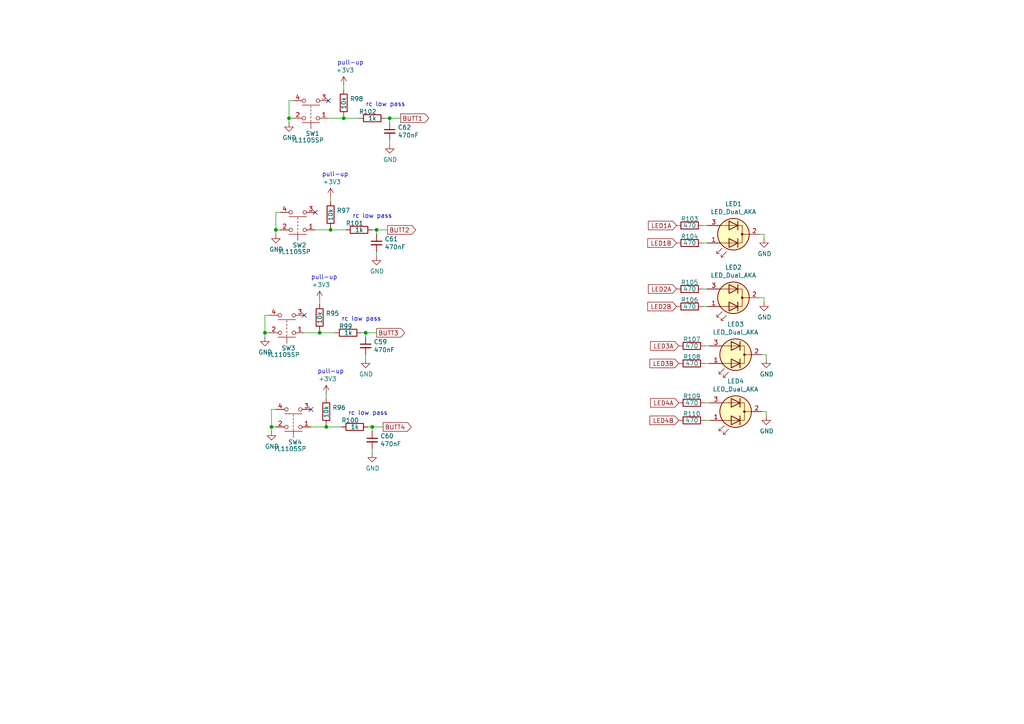
<source format=kicad_sch>
(kicad_sch (version 20211123) (generator eeschema)
  (paper "A4")
  (lib_symbols
    (symbol "Device:C_Small" (pin_numbers hide) (pin_names (offset 0.254) hide)
      (property "Reference" "C" (at 0.254 1.778 0))
      (property "Value" "C_Small" (at 0.254 -2.032 0))
      (symbol "C_Small_0_1"
        (polyline (pts (xy -1.524 -0.508) (xy 1.524 -0.508)) (stroke (width 0.3302)))
        (polyline (pts (xy -1.524 0.508) (xy 1.524 0.508)) (stroke (width 0.3048)))
      )
      (symbol "C_Small_1_1"
        (pin passive line (at 0 2.54 270) (length 2.032) (name "~") (number "1"))
        (pin passive line (at 0 -2.54 90) (length 2.032) (name "~") (number "2"))
      )
    )
    (symbol "Device:LED_Dual_AKA" (pin_names (offset 0) hide)
      (property "Reference" "D" (at 0 5.715 0))
      (property "Value" "LED_Dual_AKA" (at 0 -6.35 0))
      (symbol "LED_Dual_AKA_0_1"
        (circle (center -2.54 0) (radius 0.2794) (fill (type outline)))
        (polyline (pts (xy -4.572 0) (xy -2.54 0)))
        (polyline (pts (xy -1.27 -1.27) (xy -1.27 -3.81)) (stroke (width 0.254)))
        (polyline (pts (xy -1.27 1.27) (xy -1.27 3.81)) (stroke (width 0.254)))
        (polyline (pts (xy 3.81 -2.54) (xy 1.905 -2.54)))
        (polyline (pts (xy 3.81 2.54) (xy 1.905 2.54)))
        (polyline (pts (xy 1.27 -3.81) (xy 1.27 -1.27) (xy -1.27 -2.54) (xy 1.27 -3.81)) (stroke (width 0.254)))
        (polyline (pts (xy 1.27 1.27) (xy 1.27 3.81) (xy -1.27 2.54) (xy 1.27 1.27)) (stroke (width 0.254)))
        (polyline (pts (xy 2.032 2.54) (xy -2.54 2.54) (xy -2.54 -2.54) (xy 2.032 -2.54)))
        (polyline (pts (xy 2.032 5.08) (xy 3.556 6.604) (xy 2.794 6.604) (xy 3.556 6.604) (xy 3.556 5.842)))
        (polyline (pts (xy 3.302 4.064) (xy 4.826 5.588) (xy 4.064 5.588) (xy 4.826 5.588) (xy 4.826 4.826)))
        (circle (center 0 0) (radius 4.572) (stroke (width 0.254)) (fill (type background)))
      )
      (symbol "LED_Dual_AKA_1_1"
        (pin input line (at 7.62 2.54 180) (length 3.81) (name "A1") (number "1"))
        (pin input line (at -7.62 0 0) (length 3.048) (name "K") (number "2"))
        (pin input line (at 7.62 -2.54 180) (length 3.81) (name "A2") (number "3"))
      )
    )
    (symbol "Device:R" (pin_numbers hide) (pin_names (offset 0))
      (property "Reference" "R" (at 2.032 0 90))
      (property "Value" "R" (at 0 0 90))
      (symbol "R_0_1"
        (rectangle (start -1.016 -2.54) (end 1.016 2.54) (stroke (width 0.254)))
      )
      (symbol "R_1_1"
        (pin passive line (at 0 3.81 270) (length 1.27) (name "~") (number "1"))
        (pin passive line (at 0 -3.81 90) (length 1.27) (name "~") (number "2"))
      )
    )
    (symbol "Switch:SW_Push_Dual" (pin_names (offset 1.016) hide)
      (property "Reference" "SW" (at 1.27 2.54 0))
      (property "Value" "SW_Push_Dual" (at 0 -6.858 0))
      (symbol "SW_Push_Dual_0_1"
        (circle (center -2.032 -5.08) (radius 0.508))
        (circle (center -2.032 0) (radius 0.508))
        (polyline (pts (xy 0 -3.048) (xy 0 -3.556)))
        (polyline (pts (xy 0 -2.032) (xy 0 -2.54)))
        (polyline (pts (xy 0 -1.524) (xy 0 -1.016)))
        (polyline (pts (xy 0 -0.508) (xy 0 0)))
        (polyline (pts (xy 0 0.508) (xy 0 1.016)))
        (polyline (pts (xy 0 1.27) (xy 0 3.048)))
        (polyline (pts (xy 2.54 -3.81) (xy -2.54 -3.81)))
        (polyline (pts (xy 2.54 1.27) (xy -2.54 1.27)))
        (circle (center 2.032 -5.08) (radius 0.508))
        (circle (center 2.032 0) (radius 0.508))
        (pin passive line (at -5.08 0 0) (length 2.54) (name "1") (number "1"))
        (pin passive line (at 5.08 0 180) (length 2.54) (name "2") (number "2"))
        (pin passive line (at -5.08 -5.08 0) (length 2.54) (name "3") (number "3"))
        (pin passive line (at 5.08 -5.08 180) (length 2.54) (name "4") (number "4"))
      )
    )
    (symbol "power:+3.3V" (power) (pin_names (offset 0))
      (property "Value" "+3.3V" (at 0 3.556 0))
      (symbol "+3.3V_0_1"
        (polyline (pts (xy -0.762 1.27) (xy 0 2.54)))
        (polyline (pts (xy 0 0) (xy 0 2.54)))
        (polyline (pts (xy 0 2.54) (xy 0.762 1.27)))
      )
      (symbol "+3.3V_1_1"
        (pin power_in line (at 0 0 90) (length 0) hide (name "+3V3") (number "1"))
      )
    )
    (symbol "power:GND" (power) (pin_names (offset 0))
      (property "Value" "GND" (at 0 -3.81 0))
      (symbol "GND_0_1"
        (polyline (pts (xy 0 0) (xy 0 -1.27) (xy 1.27 -1.27) (xy 0 -2.54) (xy -1.27 -1.27) (xy 0 -1.27)))
      )
      (symbol "GND_1_1"
        (pin power_in line (at 0 0 270) (length 0) hide (name "GND") (number "1"))
      )
    )
  )
  (junction (at 99.695 34.29))
  (junction (at 107.95 123.825))
  (junction (at 83.82 34.29))
  (junction (at 80.01 66.675))
  (junction (at 113.03 34.29))
  (junction (at 109.22 66.675))
  (junction (at 95.885 66.675))
  (junction (at 106.045 96.52))
  (junction (at 94.615 123.825))
  (junction (at 76.835 96.52))
  (junction (at 78.74 123.825))
  (junction (at 92.71 96.52))
  (no_connect (at 91.44 61.595))
  (no_connect (at 90.17 118.745))
  (no_connect (at 95.25 29.21))
  (no_connect (at 88.265 91.44))
  (wire (pts (xy 88.265 96.52) (xy 92.71 96.52)))
  (wire (pts (xy 76.835 96.52) (xy 78.105 96.52)))
  (wire (pts (xy 78.74 118.745) (xy 80.01 118.745)))
  (wire (pts (xy 221.615 86.36) (xy 220.345 86.36)))
  (wire (pts (xy 95.885 66.675) (xy 95.885 66.04)))
  (wire (pts (xy 107.95 123.825) (xy 106.68 123.825)))
  (wire (pts (xy 99.695 34.29) (xy 104.14 34.29)))
  (wire (pts (xy 94.615 123.825) (xy 99.06 123.825)))
  (wire (pts (xy 113.03 35.56) (xy 113.03 34.29)))
  (wire (pts (xy 203.835 65.405) (xy 205.105 65.405)))
  (wire (pts (xy 204.47 116.84) (xy 205.74 116.84)))
  (wire (pts (xy 94.615 123.825) (xy 94.615 123.19)))
  (wire (pts (xy 76.835 96.52) (xy 76.835 91.44)))
  (wire (pts (xy 221.615 69.215) (xy 221.615 67.945)))
  (wire (pts (xy 78.74 125.095) (xy 78.74 123.825)))
  (wire (pts (xy 204.47 100.33) (xy 205.74 100.33)))
  (wire (pts (xy 92.71 86.995) (xy 92.71 88.265)))
  (wire (pts (xy 90.17 123.825) (xy 94.615 123.825)))
  (wire (pts (xy 83.82 35.56) (xy 83.82 34.29)))
  (wire (pts (xy 91.44 66.675) (xy 95.885 66.675)))
  (wire (pts (xy 109.22 66.675) (xy 107.95 66.675)))
  (wire (pts (xy 205.74 105.41) (xy 204.47 105.41)))
  (wire (pts (xy 113.03 40.64) (xy 113.03 41.91)))
  (wire (pts (xy 83.82 34.29) (xy 85.09 34.29)))
  (wire (pts (xy 107.95 130.175) (xy 107.95 131.445)))
  (wire (pts (xy 112.395 66.675) (xy 109.22 66.675)))
  (wire (pts (xy 111.125 123.825) (xy 107.95 123.825)))
  (wire (pts (xy 78.74 123.825) (xy 80.01 123.825)))
  (wire (pts (xy 106.045 97.79) (xy 106.045 96.52)))
  (wire (pts (xy 94.615 114.3) (xy 94.615 115.57)))
  (wire (pts (xy 83.82 29.21) (xy 85.09 29.21)))
  (wire (pts (xy 221.615 67.945) (xy 220.345 67.945)))
  (wire (pts (xy 113.03 34.29) (xy 111.76 34.29)))
  (wire (pts (xy 78.74 123.825) (xy 78.74 118.745)))
  (wire (pts (xy 76.835 97.79) (xy 76.835 96.52)))
  (wire (pts (xy 106.045 102.87) (xy 106.045 104.14)))
  (wire (pts (xy 222.25 102.87) (xy 220.98 102.87)))
  (wire (pts (xy 109.22 67.945) (xy 109.22 66.675)))
  (wire (pts (xy 109.22 73.025) (xy 109.22 74.295)))
  (wire (pts (xy 205.105 88.9) (xy 203.835 88.9)))
  (wire (pts (xy 76.835 91.44) (xy 78.105 91.44)))
  (wire (pts (xy 205.105 70.485) (xy 203.835 70.485)))
  (wire (pts (xy 80.01 61.595) (xy 81.28 61.595)))
  (wire (pts (xy 95.25 34.29) (xy 99.695 34.29)))
  (wire (pts (xy 95.885 57.15) (xy 95.885 58.42)))
  (wire (pts (xy 95.885 66.675) (xy 100.33 66.675)))
  (wire (pts (xy 80.01 66.675) (xy 81.28 66.675)))
  (wire (pts (xy 222.25 120.65) (xy 222.25 119.38)))
  (wire (pts (xy 205.74 121.92) (xy 204.47 121.92)))
  (wire (pts (xy 203.835 83.82) (xy 205.105 83.82)))
  (wire (pts (xy 109.22 96.52) (xy 106.045 96.52)))
  (wire (pts (xy 107.95 125.095) (xy 107.95 123.825)))
  (wire (pts (xy 116.205 34.29) (xy 113.03 34.29)))
  (wire (pts (xy 99.695 34.29) (xy 99.695 33.655)))
  (wire (pts (xy 106.045 96.52) (xy 104.775 96.52)))
  (wire (pts (xy 222.25 119.38) (xy 220.98 119.38)))
  (wire (pts (xy 92.71 96.52) (xy 97.155 96.52)))
  (wire (pts (xy 83.82 34.29) (xy 83.82 29.21)))
  (wire (pts (xy 99.695 24.765) (xy 99.695 26.035)))
  (wire (pts (xy 80.01 66.675) (xy 80.01 61.595)))
  (wire (pts (xy 222.25 104.14) (xy 222.25 102.87)))
  (wire (pts (xy 80.01 67.945) (xy 80.01 66.675)))
  (wire (pts (xy 92.71 96.52) (xy 92.71 95.885)))
  (wire (pts (xy 221.615 87.63) (xy 221.615 86.36)))
  (text "pull-up" (at 93.345 51.435 0) (effects (font (size 1.27 1.27)) (justify left bottom)))
  (text "rc low pass" (at 102.235 63.5 0) (effects (font (size 1.27 1.27)) (justify left bottom)))
  (text "pull-up" (at 92.075 108.585 0) (effects (font (size 1.27 1.27)) (justify left bottom)))
  (text "pull-up" (at 97.79 19.05 0) (effects (font (size 1.27 1.27)) (justify left bottom)))
  (text "rc low pass" (at 99.06 93.345 0) (effects (font (size 1.27 1.27)) (justify left bottom)))
  (text "rc low pass" (at 106.045 31.115 0) (effects (font (size 1.27 1.27)) (justify left bottom)))
  (text "rc low pass" (at 100.965 120.65 0) (effects (font (size 1.27 1.27)) (justify left bottom)))
  (text "pull-up" (at 90.17 81.28 0) (effects (font (size 1.27 1.27)) (justify left bottom)))
  (global_label "LED4A" (shape input) (at 196.85 116.84 180) (property "Intersheet References" "${INTERSHEET_REFS}" (effects hide)))
  (global_label "LED2B" (shape input) (at 196.215 88.9 180) (property "Intersheet References" "${INTERSHEET_REFS}" (effects hide)))
  (global_label "LED1B" (shape input) (at 196.215 70.485 180) (property "Intersheet References" "${INTERSHEET_REFS}" (effects hide)))
  (global_label "LED3A" (shape input) (at 196.85 100.33 180) (property "Intersheet References" "${INTERSHEET_REFS}" (effects hide)))
  (global_label "BUTT2" (shape output) (at 112.395 66.675 0) (property "Intersheet References" "${INTERSHEET_REFS}" (effects hide)))
  (global_label "BUTT1" (shape output) (at 116.205 34.29 0) (property "Intersheet References" "${INTERSHEET_REFS}" (effects hide)))
  (global_label "LED1A" (shape input) (at 196.215 65.405 180) (property "Intersheet References" "${INTERSHEET_REFS}" (effects hide)))
  (global_label "LED3B" (shape input) (at 196.85 105.41 180) (property "Intersheet References" "${INTERSHEET_REFS}" (effects hide)))
  (global_label "BUTT4" (shape output) (at 111.125 123.825 0) (property "Intersheet References" "${INTERSHEET_REFS}" (effects hide)))
  (global_label "BUTT3" (shape output) (at 109.22 96.52 0) (property "Intersheet References" "${INTERSHEET_REFS}" (effects hide)))
  (global_label "LED2A" (shape input) (at 196.215 83.82 180) (property "Intersheet References" "${INTERSHEET_REFS}" (effects hide)))
  (global_label "LED4B" (shape input) (at 196.85 121.92 180) (property "Intersheet References" "${INTERSHEET_REFS}" (effects hide)))
  (symbol (lib_id "Device:LED_Dual_AKA") (at 212.725 67.945 180) (unit 1)
    (property "Reference" "LED1" (at 212.725 59.1312 0))
    (property "Value" "LED_Dual_AKA" (at 212.725 61.4426 0))
    (property "Footprint" "LED_THT:LED_D3.0mm-3" (effects hide))
    (property "LCSC" "-" (effects hide))
  )
  (symbol (lib_id "Device:R") (at 200.025 65.405 270) (unit 1)
    (property "Reference" "R103" (at 200.025 63.5 90))
    (property "Value" "470" (at 200.025 65.405 90))
    (property "Footprint" "Resistor_SMD:R_0603_1608Metric_Pad0.98x0.95mm_HandSolder" (effects hide))
    (property "LCSC" "C23179" (effects hide))
  )
  (symbol (lib_id "Device:R") (at 200.025 70.485 270) (unit 1)
    (property "Reference" "R104" (at 200.025 68.58 90))
    (property "Value" "470" (at 200.025 70.485 90))
    (property "Footprint" "Resistor_SMD:R_0603_1608Metric_Pad0.98x0.95mm_HandSolder" (effects hide))
    (property "LCSC" "C23179" (effects hide))
  )
  (symbol (lib_id "power:GND") (at 221.615 69.215 0) (unit 1)
    (property "Reference" "#PWR0160" (effects hide))
    (property "Value" "GND" (at 221.742 73.6092 0))
  )
  (symbol (lib_id "Device:LED_Dual_AKA") (at 212.725 86.36 180) (unit 1)
    (property "Reference" "LED2" (at 212.725 77.5462 0))
    (property "Value" "LED_Dual_AKA" (at 212.725 79.8576 0))
    (property "Footprint" "LED_THT:LED_D3.0mm-3" (effects hide))
    (property "LCSC" "-" (effects hide))
  )
  (symbol (lib_id "Device:R") (at 200.025 83.82 270) (unit 1)
    (property "Reference" "R105" (at 200.025 81.915 90))
    (property "Value" "470" (at 200.025 83.82 90))
    (property "Footprint" "Resistor_SMD:R_0603_1608Metric_Pad0.98x0.95mm_HandSolder" (effects hide))
    (property "LCSC" "C23179" (effects hide))
  )
  (symbol (lib_id "Device:R") (at 200.025 88.9 270) (unit 1)
    (property "Reference" "R106" (at 200.025 86.995 90))
    (property "Value" "470" (at 200.025 88.9 90))
    (property "Footprint" "Resistor_SMD:R_0603_1608Metric_Pad0.98x0.95mm_HandSolder" (effects hide))
    (property "LCSC" "C23179" (effects hide))
  )
  (symbol (lib_id "power:GND") (at 221.615 87.63 0) (unit 1)
    (property "Reference" "#PWR0161" (effects hide))
    (property "Value" "GND" (at 221.742 92.0242 0))
  )
  (symbol (lib_id "Device:LED_Dual_AKA") (at 213.36 102.87 180) (unit 1)
    (property "Reference" "LED3" (at 213.36 94.0562 0))
    (property "Value" "LED_Dual_AKA" (at 213.36 96.3676 0))
    (property "Footprint" "LED_THT:LED_D3.0mm-3" (effects hide))
    (property "LCSC" "-" (effects hide))
  )
  (symbol (lib_id "Device:R") (at 200.66 100.33 270) (unit 1)
    (property "Reference" "R107" (at 200.66 98.425 90))
    (property "Value" "470" (at 200.66 100.33 90))
    (property "Footprint" "Resistor_SMD:R_0603_1608Metric_Pad0.98x0.95mm_HandSolder" (effects hide))
    (property "LCSC" "C23179" (effects hide))
  )
  (symbol (lib_id "Device:R") (at 200.66 105.41 270) (unit 1)
    (property "Reference" "R108" (at 200.66 103.505 90))
    (property "Value" "470" (at 200.66 105.41 90))
    (property "Footprint" "Resistor_SMD:R_0603_1608Metric_Pad0.98x0.95mm_HandSolder" (effects hide))
    (property "LCSC" "C23179" (effects hide))
  )
  (symbol (lib_id "power:GND") (at 222.25 104.14 0) (unit 1)
    (property "Reference" "#PWR0162" (effects hide))
    (property "Value" "GND" (at 222.377 108.5342 0))
  )
  (symbol (lib_id "Device:LED_Dual_AKA") (at 213.36 119.38 180) (unit 1)
    (property "Reference" "LED4" (at 213.36 110.5662 0))
    (property "Value" "LED_Dual_AKA" (at 213.36 112.8776 0))
    (property "Footprint" "LED_THT:LED_D3.0mm-3" (effects hide))
    (property "LCSC" "-" (effects hide))
  )
  (symbol (lib_id "Device:R") (at 200.66 116.84 270) (unit 1)
    (property "Reference" "R109" (at 200.66 114.935 90))
    (property "Value" "470" (at 200.66 116.84 90))
    (property "Footprint" "Resistor_SMD:R_0603_1608Metric_Pad0.98x0.95mm_HandSolder" (effects hide))
    (property "LCSC" "C23179" (effects hide))
  )
  (symbol (lib_id "Device:R") (at 200.66 121.92 270) (unit 1)
    (property "Reference" "R110" (at 200.66 120.015 90))
    (property "Value" "470" (at 200.66 121.92 90))
    (property "Footprint" "Resistor_SMD:R_0603_1608Metric_Pad0.98x0.95mm_HandSolder" (effects hide))
    (property "LCSC" "C23179" (effects hide))
  )
  (symbol (lib_id "power:GND") (at 222.25 120.65 0) (unit 1)
    (property "Reference" "#PWR0163" (effects hide))
    (property "Value" "GND" (at 222.377 125.0442 0))
  )
  (symbol (lib_id "Switch:SW_Push_Dual") (at 85.09 123.825 180) (unit 1)
    (property "Reference" "SW4" (at 87.63 128.27 0) (effects (justify left)))
    (property "Value" "TL1105SP" (at 88.9 130.175 0) (effects (justify left)))
    (property "Footprint" "foots:SW_PUSH_6mm_H13mm_nc" (effects hide))
    (property "LCSC" "C273530" (effects hide))
  )
  (symbol (lib_id "Device:R") (at 94.615 119.38 0) (unit 1)
    (property "Reference" "R96" (at 96.393 118.2116 0) (effects (justify left)))
    (property "Value" "10k" (at 94.615 121.285 90) (effects (justify left)))
    (property "Footprint" "Resistor_SMD:R_0603_1608Metric_Pad0.98x0.95mm_HandSolder" (effects hide))
    (property "LCSC" "C25804" (effects hide))
  )
  (symbol (lib_id "power:GND") (at 78.74 125.095 0) (unit 1)
    (property "Reference" "#PWR0149" (effects hide))
    (property "Value" "GND" (at 78.867 129.4892 0))
  )
  (symbol (lib_id "Device:R") (at 102.87 123.825 90) (unit 1)
    (property "Reference" "R100" (at 104.14 121.92 90) (effects (justify left)))
    (property "Value" "1k" (at 104.14 123.825 90) (effects (justify left)))
    (property "Footprint" "Resistor_SMD:R_0603_1608Metric_Pad0.98x0.95mm_HandSolder" (effects hide))
    (property "LCSC" "C21190" (effects hide))
  )
  (symbol (lib_id "Device:C_Small") (at 107.95 127.635 0) (unit 1)
    (property "Reference" "C60" (at 110.2868 126.4666 0) (effects (justify left)))
    (property "Value" "470nF" (at 110.2868 128.778 0) (effects (justify left)))
    (property "Footprint" "Capacitor_SMD:C_0603_1608Metric_Pad1.08x0.95mm_HandSolder" (effects hide))
    (property "LCSC" "C1623" (effects hide))
  )
  (symbol (lib_id "power:GND") (at 107.95 131.445 0) (unit 1)
    (property "Reference" "#PWR0157" (effects hide))
    (property "Value" "GND" (at 108.077 135.8392 0))
  )
  (symbol (lib_id "Switch:SW_Push_Dual") (at 86.36 66.675 180) (unit 1)
    (property "Reference" "SW2" (at 88.9 71.12 0) (effects (justify left)))
    (property "Value" "TL1105SP" (at 90.17 73.025 0) (effects (justify left)))
    (property "Footprint" "foots:SW_PUSH_6mm_H13mm_nc" (effects hide))
    (property "LCSC" "C273530" (effects hide))
  )
  (symbol (lib_id "Device:R") (at 95.885 62.23 0) (unit 1)
    (property "Reference" "R97" (at 97.663 61.0616 0) (effects (justify left)))
    (property "Value" "10k" (at 95.885 64.135 90) (effects (justify left)))
    (property "Footprint" "Resistor_SMD:R_0603_1608Metric_Pad0.98x0.95mm_HandSolder" (effects hide))
    (property "LCSC" "C25804" (effects hide))
  )
  (symbol (lib_id "power:GND") (at 80.01 67.945 0) (unit 1)
    (property "Reference" "#PWR0150" (effects hide))
    (property "Value" "GND" (at 80.137 72.3392 0))
  )
  (symbol (lib_id "Device:R") (at 104.14 66.675 90) (unit 1)
    (property "Reference" "R101" (at 105.41 64.77 90) (effects (justify left)))
    (property "Value" "1k" (at 105.41 66.675 90) (effects (justify left)))
    (property "Footprint" "Resistor_SMD:R_0603_1608Metric_Pad0.98x0.95mm_HandSolder" (effects hide))
    (property "LCSC" "C21190" (effects hide))
  )
  (symbol (lib_id "Device:C_Small") (at 109.22 70.485 0) (unit 1)
    (property "Reference" "C61" (at 111.5568 69.3166 0) (effects (justify left)))
    (property "Value" "470nF" (at 111.5568 71.628 0) (effects (justify left)))
    (property "Footprint" "Capacitor_SMD:C_0603_1608Metric_Pad1.08x0.95mm_HandSolder" (effects hide))
    (property "LCSC" "C1623" (effects hide))
  )
  (symbol (lib_id "power:GND") (at 109.22 74.295 0) (unit 1)
    (property "Reference" "#PWR0158" (effects hide))
    (property "Value" "GND" (at 109.347 78.6892 0))
  )
  (symbol (lib_id "Switch:SW_Push_Dual") (at 83.185 96.52 180) (unit 1)
    (property "Reference" "SW3" (at 85.725 100.965 0) (effects (justify left)))
    (property "Value" "TL1105SP" (at 86.995 102.87 0) (effects (justify left)))
    (property "Footprint" "foots:SW_PUSH_6mm_H13mm_nc" (effects hide))
    (property "LCSC" "C273530" (effects hide))
  )
  (symbol (lib_id "Device:R") (at 92.71 92.075 0) (unit 1)
    (property "Reference" "R95" (at 94.488 90.9066 0) (effects (justify left)))
    (property "Value" "10k" (at 92.71 93.98 90) (effects (justify left)))
    (property "Footprint" "Resistor_SMD:R_0603_1608Metric_Pad0.98x0.95mm_HandSolder" (effects hide))
    (property "LCSC" "C25804" (effects hide))
  )
  (symbol (lib_id "power:GND") (at 76.835 97.79 0) (unit 1)
    (property "Reference" "#PWR0148" (effects hide))
    (property "Value" "GND" (at 76.962 102.1842 0))
  )
  (symbol (lib_id "Device:R") (at 100.965 96.52 90) (unit 1)
    (property "Reference" "R99" (at 102.235 94.615 90) (effects (justify left)))
    (property "Value" "1k" (at 102.235 96.52 90) (effects (justify left)))
    (property "Footprint" "Resistor_SMD:R_0603_1608Metric_Pad0.98x0.95mm_HandSolder" (effects hide))
    (property "LCSC" "C21190" (effects hide))
  )
  (symbol (lib_id "Device:C_Small") (at 106.045 100.33 0) (unit 1)
    (property "Reference" "C59" (at 108.3818 99.1616 0) (effects (justify left)))
    (property "Value" "470nF" (at 108.3818 101.473 0) (effects (justify left)))
    (property "Footprint" "Capacitor_SMD:C_0603_1608Metric_Pad1.08x0.95mm_HandSolder" (effects hide))
    (property "LCSC" "C1623" (effects hide))
  )
  (symbol (lib_id "power:GND") (at 106.045 104.14 0) (unit 1)
    (property "Reference" "#PWR0156" (effects hide))
    (property "Value" "GND" (at 106.172 108.5342 0))
  )
  (symbol (lib_id "Switch:SW_Push_Dual") (at 90.17 34.29 180) (unit 1)
    (property "Reference" "SW1" (at 92.71 38.735 0) (effects (justify left)))
    (property "Value" "TL1105SP" (at 93.98 40.64 0) (effects (justify left)))
    (property "Footprint" "foots:SW_PUSH_6mm_H13mm_nc" (effects hide))
    (property "LCSC" "C273530" (effects hide))
  )
  (symbol (lib_id "Device:R") (at 99.695 29.845 0) (unit 1)
    (property "Reference" "R98" (at 101.473 28.6766 0) (effects (justify left)))
    (property "Value" "10k" (at 99.695 31.75 90) (effects (justify left)))
    (property "Footprint" "Resistor_SMD:R_0603_1608Metric_Pad0.98x0.95mm_HandSolder" (effects hide))
    (property "LCSC" "C25804" (effects hide))
  )
  (symbol (lib_id "power:GND") (at 83.82 35.56 0) (unit 1)
    (property "Reference" "#PWR0151" (effects hide))
    (property "Value" "GND" (at 83.947 39.9542 0))
  )
  (symbol (lib_id "Device:R") (at 107.95 34.29 90) (unit 1)
    (property "Reference" "R102" (at 109.22 32.385 90) (effects (justify left)))
    (property "Value" "1k" (at 109.22 34.29 90) (effects (justify left)))
    (property "Footprint" "Resistor_SMD:R_0603_1608Metric_Pad0.98x0.95mm_HandSolder" (effects hide))
    (property "LCSC" "C21190" (effects hide))
  )
  (symbol (lib_id "Device:C_Small") (at 113.03 38.1 0) (unit 1)
    (property "Reference" "C62" (at 115.3668 36.9316 0) (effects (justify left)))
    (property "Value" "470nF" (at 115.3668 39.243 0) (effects (justify left)))
    (property "Footprint" "Capacitor_SMD:C_0603_1608Metric_Pad1.08x0.95mm_HandSolder" (effects hide))
    (property "LCSC" "C1623" (effects hide))
  )
  (symbol (lib_id "power:GND") (at 113.03 41.91 0) (unit 1)
    (property "Reference" "#PWR0159" (effects hide))
    (property "Value" "GND" (at 113.157 46.3042 0))
  )
  (symbol (lib_id "power:+3.3V") (at 99.695 24.765 0) (unit 1)
    (property "Reference" "#PWR0155" (effects hide))
    (property "Value" "+3.3V" (at 100.076 20.3708 0))
  )
  (symbol (lib_id "power:+3.3V") (at 95.885 57.15 0) (unit 1)
    (property "Reference" "#PWR0154" (effects hide))
    (property "Value" "+3.3V" (at 96.266 52.7558 0))
  )
  (symbol (lib_id "power:+3.3V") (at 92.71 86.995 0) (unit 1)
    (property "Reference" "#PWR0152" (effects hide))
    (property "Value" "+3.3V" (at 93.091 82.6008 0))
  )
  (symbol (lib_id "power:+3.3V") (at 94.615 114.3 0) (unit 1)
    (property "Reference" "#PWR0153" (effects hide))
    (property "Value" "+3.3V" (at 94.996 109.9058 0))
  )
)
</source>
